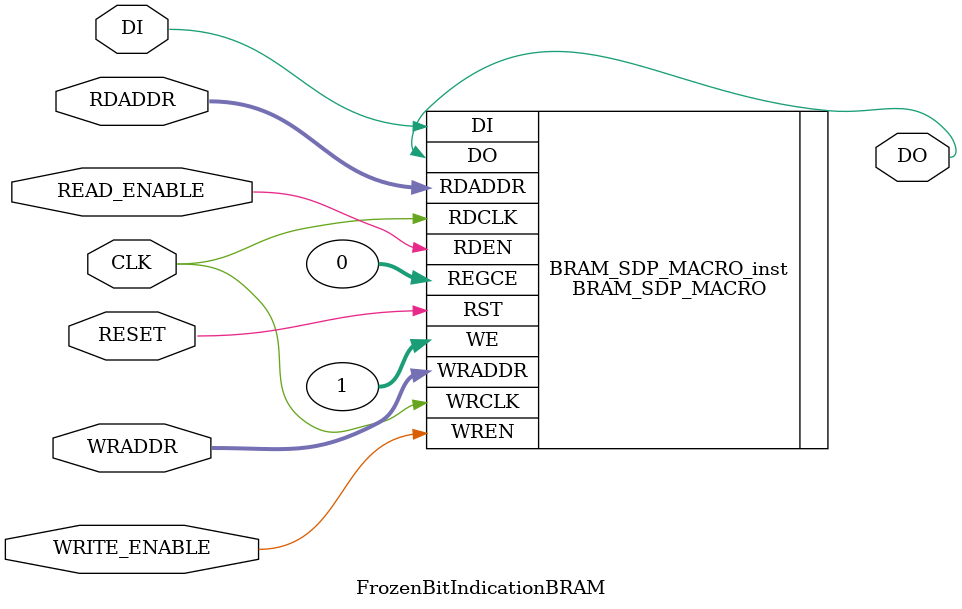
<source format=sv>
`timescale 1ns / 1ps


module FrozenBitIndicationBRAM#(
parameter DATA_WIDTH=1,
parameter ADDR_WIDTH=14,
parameter READ_REG_ENABLE=0,
parameter INIT_MIF_FILE="M:\\CodesAndHardware\\Github\\PolarCode\\Data\\Uac.mif"
)
(
    output wire [DATA_WIDTH-1:0] DO,       // Output read data port, width defined by DATA_WIDTH parameter
    input wire  [DATA_WIDTH-1:0] DI,        // Input write data port, width defined by DATA_WIDTH parameter
    input wire  [ADDR_WIDTH-1:0] RDADDR, // Input  address, width defined by read port depth
    input wire  [ADDR_WIDTH-1:0] WRADDR, // Input  address, width defined by write port depth
    input wire RESET,       // 1-bit input reset      
    input wire CLK,   // 1-bit input read  and wrire clock
    input wire READ_ENABLE,     // 1-bit input read port enable
    input wire WRITE_ENABLE      // 1-bit input write port enable
    );


   // BRAM_SDP_MACRO: Simple Dual Port RAM
   //                 Artix-7
   // Xilinx HDL Language Template, version 2016.4
   
   ///////////////////////////////////////////////////////////////////////
   //  READ_WIDTH | BRAM_SIZE | READ Depth  | RDADDR Width |            //
   // WRITE_WIDTH |           | WRITE Depth | WRADDR Width |  WE Width  //
   // ============|===========|=============|==============|============//
   //    37-72    |  "36Kb"   |      512    |     9-bit    |    8-bit   //
   //    19-36    |  "36Kb"   |     1024    |    10-bit    |    4-bit   //
   //    19-36    |  "18Kb"   |      512    |     9-bit    |    4-bit   //
   //    10-18    |  "36Kb"   |     2048    |    11-bit    |    2-bit   //
   //    10-18    |  "18Kb"   |     1024    |    10-bit    |    2-bit   //
   //     5-9     |  "36Kb"   |     4096    |    12-bit    |    1-bit   //
   //     5-9     |  "18Kb"   |     2048    |    11-bit    |    1-bit   //
   //     3-4     |  "36Kb"   |     8192    |    13-bit    |    1-bit   //
   //     3-4     |  "18Kb"   |     4096    |    12-bit    |    1-bit   //
   //       2     |  "36Kb"   |    16384    |    14-bit    |    1-bit   //
   //       2     |  "18Kb"   |     8192    |    13-bit    |    1-bit   //
   //       1     |  "36Kb"   |    32768    |    15-bit    |    1-bit   //
   //       1     |  "18Kb"   |    16384    |    14-bit    |    1-bit   //
   ///////////////////////////////////////////////////////////////////////

   BRAM_SDP_MACRO #(
      .BRAM_SIZE("18Kb"), // Target BRAM, "18Kb" or "36Kb" 
      .DEVICE("7SERIES"), // Target device: "7SERIES" 
      .WRITE_WIDTH(DATA_WIDTH),    // Valid values are 1-72 (37-72 only valid when BRAM_SIZE="36Kb")
      .READ_WIDTH(DATA_WIDTH),     // Valid values are 1-72 (37-72 only valid when BRAM_SIZE="36Kb")
      .DO_REG(0),         // Optional output register (0 or 1)
      .INIT_FILE (INIT_MIF_FILE),
      .SIM_COLLISION_CHECK ("ALL"), // Collision check enable "ALL", "WARNING_ONLY", 
                                    //   "GENERATE_X_ONLY" or "NONE" 
      .SRVAL(72'h000000000000000000), // Set/Reset value for port output
      .INIT(72'h000000000000000000),  // Initial values on output port
      .WRITE_MODE("READ_FIRST"),  // Specify "READ_FIRST" for same clock or synchronous clocks
                                   //   Specify "WRITE_FIRST for asynchronous clocks on ports
      .INIT_00(256'h0000000000000000000000000000000000000000000000000000000000000000),
      .INIT_01(256'h0000000000000000000000000000000000000000000000000000000000000000),
      .INIT_02(256'h0000000000000000000000000000000000000000000000000000000000000000),
      .INIT_03(256'h0000000000000000000000000000000000000000000000000000000000000000),
      .INIT_04(256'h0000000000000000000000000000000000000000000000000000000000000000),
      .INIT_05(256'h0000000000000000000000000000000000000000000000000000000000000000),
      .INIT_06(256'h0000000000000000000000000000000000000000000000000000000000000000),
      .INIT_07(256'h0000000000000000000000000000000000000000000000000000000000000000),
      .INIT_08(256'h0000000000000000000000000000000000000000000000000000000000000000),
      .INIT_09(256'h0000000000000000000000000000000000000000000000000000000000000000),
      .INIT_0A(256'h0000000000000000000000000000000000000000000000000000000000000000),
      .INIT_0B(256'h0000000000000000000000000000000000000000000000000000000000000000),
      .INIT_0C(256'h0000000000000000000000000000000000000000000000000000000000000000),
      .INIT_0D(256'h0000000000000000000000000000000000000000000000000000000000000000),
      .INIT_0E(256'h0000000000000000000000000000000000000000000000000000000000000000),
      .INIT_0F(256'h0000000000000000000000000000000000000000000000000000000000000000),
      .INIT_10(256'h0000000000000000000000000000000000000000000000000000000000000000),
      .INIT_11(256'h0000000000000000000000000000000000000000000000000000000000000000),
      .INIT_12(256'h0000000000000000000000000000000000000000000000000000000000000000),
      .INIT_13(256'h0000000000000000000000000000000000000000000000000000000000000000),
      .INIT_14(256'h0000000000000000000000000000000000000000000000000000000000000000),
      .INIT_15(256'h0000000000000000000000000000000000000000000000000000000000000000),
      .INIT_16(256'h0000000000000000000000000000000000000000000000000000000000000000),
      .INIT_17(256'h0000000000000000000000000000000000000000000000000000000000000000),
      .INIT_18(256'h0000000000000000000000000000000000000000000000000000000000000000),
      .INIT_19(256'h0000000000000000000000000000000000000000000000000000000000000000),
      .INIT_1A(256'h0000000000000000000000000000000000000000000000000000000000000000),
      .INIT_1B(256'h0000000000000000000000000000000000000000000000000000000000000000),
      .INIT_1C(256'h0000000000000000000000000000000000000000000000000000000000000000),
      .INIT_1D(256'h0000000000000000000000000000000000000000000000000000000000000000),
      .INIT_1E(256'h0000000000000000000000000000000000000000000000000000000000000000),
      .INIT_1F(256'h0000000000000000000000000000000000000000000000000000000000000000),
      .INIT_20(256'h0000000000000000000000000000000000000000000000000000000000000000),
      .INIT_21(256'h0000000000000000000000000000000000000000000000000000000000000000),
      .INIT_22(256'h0000000000000000000000000000000000000000000000000000000000000000),
      .INIT_23(256'h0000000000000000000000000000000000000000000000000000000000000000),
      .INIT_24(256'h0000000000000000000000000000000000000000000000000000000000000000),
      .INIT_25(256'h0000000000000000000000000000000000000000000000000000000000000000),
      .INIT_26(256'h0000000000000000000000000000000000000000000000000000000000000000),
      .INIT_27(256'h0000000000000000000000000000000000000000000000000000000000000000),
      .INIT_28(256'h0000000000000000000000000000000000000000000000000000000000000000),
      .INIT_29(256'h0000000000000000000000000000000000000000000000000000000000000000),
      .INIT_2A(256'h0000000000000000000000000000000000000000000000000000000000000000),
      .INIT_2B(256'h0000000000000000000000000000000000000000000000000000000000000000),
      .INIT_2C(256'h0000000000000000000000000000000000000000000000000000000000000000),
      .INIT_2D(256'h0000000000000000000000000000000000000000000000000000000000000000),
      .INIT_2E(256'h0000000000000000000000000000000000000000000000000000000000000000),
      .INIT_2F(256'h0000000000000000000000000000000000000000000000000000000000000000),
      .INIT_30(256'h0000000000000000000000000000000000000000000000000000000000000000),
      .INIT_31(256'h0000000000000000000000000000000000000000000000000000000000000000),
      .INIT_32(256'h0000000000000000000000000000000000000000000000000000000000000000),
      .INIT_33(256'h0000000000000000000000000000000000000000000000000000000000000000),
      .INIT_34(256'h0000000000000000000000000000000000000000000000000000000000000000),
      .INIT_35(256'h0000000000000000000000000000000000000000000000000000000000000000),
      .INIT_36(256'h0000000000000000000000000000000000000000000000000000000000000000),
      .INIT_37(256'h0000000000000000000000000000000000000000000000000000000000000000),
      .INIT_38(256'h0000000000000000000000000000000000000000000000000000000000000000),
      .INIT_39(256'h0000000000000000000000000000000000000000000000000000000000000000),
      .INIT_3A(256'h0000000000000000000000000000000000000000000000000000000000000000),
      .INIT_3B(256'h0000000000000000000000000000000000000000000000000000000000000000),
      .INIT_3C(256'h0000000000000000000000000000000000000000000000000000000000000000),
      .INIT_3D(256'h0000000000000000000000000000000000000000000000000000000000000000),
      .INIT_3E(256'h0000000000000000000000000000000000000000000000000000000000000000),
      .INIT_3F(256'h0000000000000000000000000000000000000000000000000000000000000000),
      
      // The next set of INIT_xx are valid when configured as 36Kb
      .INIT_40(256'h0000000000000000000000000000000000000000000000000000000000000000),
      .INIT_41(256'h0000000000000000000000000000000000000000000000000000000000000000),
      .INIT_42(256'h0000000000000000000000000000000000000000000000000000000000000000),
      .INIT_43(256'h0000000000000000000000000000000000000000000000000000000000000000),
      .INIT_44(256'h0000000000000000000000000000000000000000000000000000000000000000),
      .INIT_45(256'h0000000000000000000000000000000000000000000000000000000000000000),
      .INIT_46(256'h0000000000000000000000000000000000000000000000000000000000000000),
      .INIT_47(256'h0000000000000000000000000000000000000000000000000000000000000000),
      .INIT_48(256'h0000000000000000000000000000000000000000000000000000000000000000),
      .INIT_49(256'h0000000000000000000000000000000000000000000000000000000000000000),
      .INIT_4A(256'h0000000000000000000000000000000000000000000000000000000000000000),
      .INIT_4B(256'h0000000000000000000000000000000000000000000000000000000000000000),
      .INIT_4C(256'h0000000000000000000000000000000000000000000000000000000000000000),
      .INIT_4D(256'h0000000000000000000000000000000000000000000000000000000000000000),
      .INIT_4E(256'h0000000000000000000000000000000000000000000000000000000000000000),
      .INIT_4F(256'h0000000000000000000000000000000000000000000000000000000000000000),
      .INIT_50(256'h0000000000000000000000000000000000000000000000000000000000000000),
      .INIT_51(256'h0000000000000000000000000000000000000000000000000000000000000000),
      .INIT_52(256'h0000000000000000000000000000000000000000000000000000000000000000),
      .INIT_53(256'h0000000000000000000000000000000000000000000000000000000000000000),
      .INIT_54(256'h0000000000000000000000000000000000000000000000000000000000000000),
      .INIT_55(256'h0000000000000000000000000000000000000000000000000000000000000000),
      .INIT_56(256'h0000000000000000000000000000000000000000000000000000000000000000),
      .INIT_57(256'h0000000000000000000000000000000000000000000000000000000000000000),
      .INIT_58(256'h0000000000000000000000000000000000000000000000000000000000000000),
      .INIT_59(256'h0000000000000000000000000000000000000000000000000000000000000000),
      .INIT_5A(256'h0000000000000000000000000000000000000000000000000000000000000000),
      .INIT_5B(256'h0000000000000000000000000000000000000000000000000000000000000000),
      .INIT_5C(256'h0000000000000000000000000000000000000000000000000000000000000000),
      .INIT_5D(256'h0000000000000000000000000000000000000000000000000000000000000000),
      .INIT_5E(256'h0000000000000000000000000000000000000000000000000000000000000000),
      .INIT_5F(256'h0000000000000000000000000000000000000000000000000000000000000000),
      .INIT_60(256'h0000000000000000000000000000000000000000000000000000000000000000),
      .INIT_61(256'h0000000000000000000000000000000000000000000000000000000000000000),
      .INIT_62(256'h0000000000000000000000000000000000000000000000000000000000000000),
      .INIT_63(256'h0000000000000000000000000000000000000000000000000000000000000000),
      .INIT_64(256'h0000000000000000000000000000000000000000000000000000000000000000),
      .INIT_65(256'h0000000000000000000000000000000000000000000000000000000000000000),
      .INIT_66(256'h0000000000000000000000000000000000000000000000000000000000000000),
      .INIT_67(256'h0000000000000000000000000000000000000000000000000000000000000000),
      .INIT_68(256'h0000000000000000000000000000000000000000000000000000000000000000),
      .INIT_69(256'h0000000000000000000000000000000000000000000000000000000000000000),
      .INIT_6A(256'h0000000000000000000000000000000000000000000000000000000000000000),
      .INIT_6B(256'h0000000000000000000000000000000000000000000000000000000000000000),
      .INIT_6C(256'h0000000000000000000000000000000000000000000000000000000000000000),
      .INIT_6D(256'h0000000000000000000000000000000000000000000000000000000000000000),
      .INIT_6E(256'h0000000000000000000000000000000000000000000000000000000000000000),
      .INIT_6F(256'h0000000000000000000000000000000000000000000000000000000000000000),
      .INIT_70(256'h0000000000000000000000000000000000000000000000000000000000000000),
      .INIT_71(256'h0000000000000000000000000000000000000000000000000000000000000000),
      .INIT_72(256'h0000000000000000000000000000000000000000000000000000000000000000),
      .INIT_73(256'h0000000000000000000000000000000000000000000000000000000000000000),
      .INIT_74(256'h0000000000000000000000000000000000000000000000000000000000000000),
      .INIT_75(256'h0000000000000000000000000000000000000000000000000000000000000000),
      .INIT_76(256'h0000000000000000000000000000000000000000000000000000000000000000),
      .INIT_77(256'h0000000000000000000000000000000000000000000000000000000000000000),
      .INIT_78(256'h0000000000000000000000000000000000000000000000000000000000000000),
      .INIT_79(256'h0000000000000000000000000000000000000000000000000000000000000000),
      .INIT_7A(256'h0000000000000000000000000000000000000000000000000000000000000000),
      .INIT_7B(256'h0000000000000000000000000000000000000000000000000000000000000000),
      .INIT_7C(256'h0000000000000000000000000000000000000000000000000000000000000000),
      .INIT_7D(256'h0000000000000000000000000000000000000000000000000000000000000000),
      .INIT_7E(256'h0000000000000000000000000000000000000000000000000000000000000000),
      .INIT_7F(256'h0000000000000000000000000000000000000000000000000000000000000000),
      
      // The next set of INITP_xx are for the parity bits
      .INITP_00(256'h0000000000000000000000000000000000000000000000000000000000000000),
      .INITP_01(256'h0000000000000000000000000000000000000000000000000000000000000000),
      .INITP_02(256'h0000000000000000000000000000000000000000000000000000000000000000),
      .INITP_03(256'h0000000000000000000000000000000000000000000000000000000000000000),
      .INITP_04(256'h0000000000000000000000000000000000000000000000000000000000000000),
      .INITP_05(256'h0000000000000000000000000000000000000000000000000000000000000000),
      .INITP_06(256'h0000000000000000000000000000000000000000000000000000000000000000),
      .INITP_07(256'h0000000000000000000000000000000000000000000000000000000000000000),
      
      // The next set of INITP_xx are valid when configured as 36Kb
      .INITP_08(256'h0000000000000000000000000000000000000000000000000000000000000000),
      .INITP_09(256'h0000000000000000000000000000000000000000000000000000000000000000),
      .INITP_0A(256'h0000000000000000000000000000000000000000000000000000000000000000),
      .INITP_0B(256'h0000000000000000000000000000000000000000000000000000000000000000),
      .INITP_0C(256'h0000000000000000000000000000000000000000000000000000000000000000),
      .INITP_0D(256'h0000000000000000000000000000000000000000000000000000000000000000),
      .INITP_0E(256'h0000000000000000000000000000000000000000000000000000000000000000),
      .INITP_0F(256'h0000000000000000000000000000000000000000000000000000000000000000)
   ) BRAM_SDP_MACRO_inst (
      .DO(DO),         // Output read data port, width defined by READ_WIDTH parameter
      .DI(DI),         // Input write data port, width defined by WRITE_WIDTH parameter
      .RDADDR(RDADDR), // Input read address, width defined by read port depth
      .RDCLK(CLK),   // 1-bit input read clock
      .RDEN(READ_ENABLE),     // 1-bit input read port enable
      .REGCE(READ_REG_ENABLE),   // 1-bit input read output register enable
      .RST(RESET),       // 1-bit input reset      
      .WE(1),         // Input write enable, width defined by write port depth
      .WRADDR(WRADDR), // Input write address, width defined by write port depth
      .WRCLK(CLK),   // 1-bit input write clock
      .WREN(WRITE_ENABLE)      // 1-bit input write port enable
   );

   // End of BRAM_SDP_MACRO_inst instantiation    
endmodule

</source>
